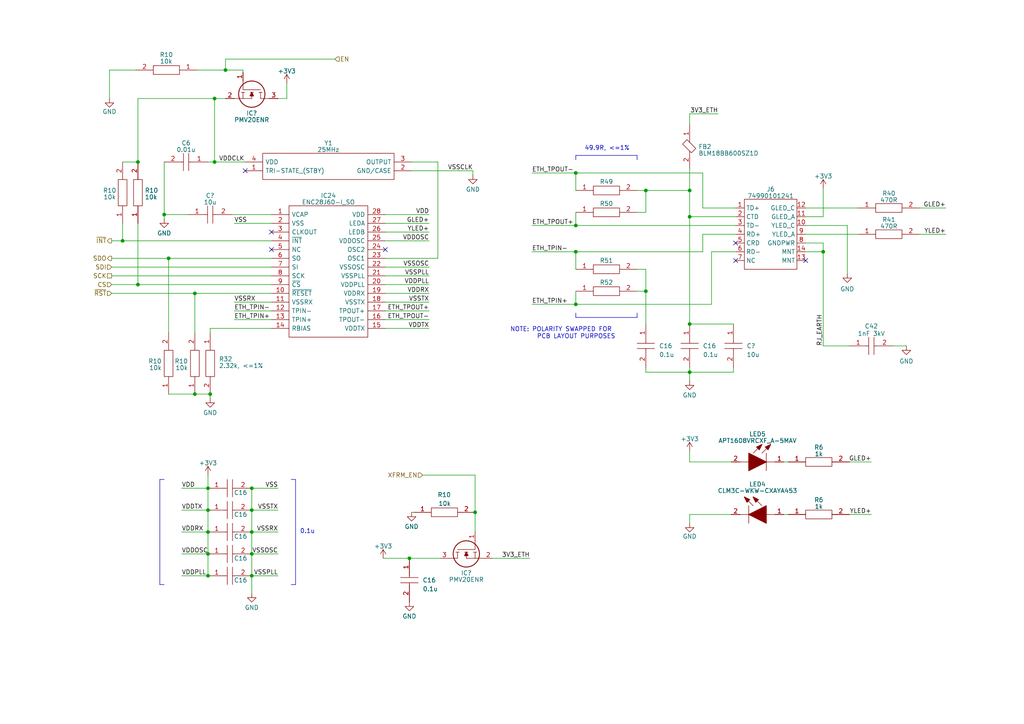
<source format=kicad_sch>
(kicad_sch (version 20230121) (generator eeschema)
  (paper "A4")
  (title_block (title "Oro Link") (date "2023-06-02") (rev "5") (company "Oro Operating System") (comment 1 "://oro.sh") (comment 2 "Joshua Lee Junon"))
  (lib_symbols
    (symbol "Oro:74990101241"
      (property "Reference" "J" (at 10.16 2.54 0))
      (property "Value" "74990101241" (at 10.16 1.27 0))
      (symbol "74990101241_0_0"
        (pin unspecified line (at 0 -2.54 0) (length 2.54) (name "TD+") (number "1"))
        (pin unspecified line (at 20.32 -7.62 180) (length 2.54) (name "YLED_C") (number "10"))
        (pin unspecified line (at 20.32 -5.08 180) (length 2.54) (name "GLED_A") (number "11"))
        (pin unspecified line (at 20.32 -2.54 180) (length 2.54) (name "GLED_C") (number "12"))
        (pin unspecified line (at 20.32 -17.78 180) (length 2.54) (name "MNT") (number "13"))
        (pin unspecified line (at 20.32 -15.24 180) (length 2.54) (name "MNT") (number "14"))
        (pin unspecified line (at 0 -5.08 0) (length 2.54) (name "CTD") (number "2"))
        (pin unspecified line (at 0 -7.62 0) (length 2.54) (name "TD-") (number "3"))
        (pin unspecified line (at 0 -10.16 0) (length 2.54) (name "RD+") (number "4"))
        (pin unspecified line (at 0 -12.7 0) (length 2.54) (name "CRD") (number "5"))
        (pin unspecified line (at 0 -15.24 0) (length 2.54) (name "RD-") (number "6"))
        (pin unspecified line (at 0 -17.78 0) (length 2.54) (name "NC") (number "7"))
        (pin unspecified line (at 20.32 -12.7 180) (length 2.54) (name "GNDPWR") (number "8"))
        (pin unspecified line (at 20.32 -10.16 180) (length 2.54) (name "YLED_A") (number "9"))
      )
    )
    (symbol "Oro:AC0805FR-07470RL" (pin_names (offset 0.762))
      (property "Reference" "R" (at 13.97 6.35 0))
      (property "Value" "AC0805FR-07470RL" (at 13.97 3.81 0))
      (symbol "AC0805FR-07470RL_0_0"
        (pin passive line (at 0 0 0) (length 5.08) (name "~") (number "1"))
        (pin passive line (at 17.78 0 180) (length 5.08) (name "~") (number "2"))
      )
    )
    (symbol "Oro:FerriteBead" (pin_names (offset 0.762))
      (property "Reference" "FB" (at 6.096 -3.302 0))
      (property "Value" "FERRITE BEAD" (at 6.096 -4.064 0))
      (symbol "FerriteBead_0_0"
        (pin passive line (at 0 0 0) (length 5.08) (name "1") (number "1"))
        (pin passive line (at 12.7 0 180) (length 5.08) (name "2") (number "2"))
      )
    )
    (symbol "Oro:MSAST1L3YB5104KFNA01" (pin_names (offset 0.762))
      (property "Reference" "C" (at 8.89 6.35 0))
      (property "Value" "MSAST1L3YB5104KFNA01" (at 8.89 3.81 0))
      (symbol "MSAST1L3YB5104KFNA01_0_0"
        (pin passive line (at 0 0 0) (length 5.08) (name "~") (number "1"))
        (pin passive line (at 12.7 0 180) (length 5.08) (name "~") (number "2"))
      )
    )
    (symbol "SamacSys_Parts:885342210004" (pin_names (offset 0.762))
      (property "Reference" "C" (at 8.89 6.35 0))
      (property "Value" "885342210004" (at 8.89 3.81 0))
      (symbol "885342210004_0_0"
        (pin passive line (at 0 0 0) (length 5.08) (name "~") (number "1"))
        (pin passive line (at 12.7 0 180) (length 5.08) (name "~") (number "2"))
      )
    )
    (symbol "SamacSys_Parts:APT1608VRCXF_A-5MAV" (pin_names (offset 0.762))
      (property "Reference" "LED" (at 12.7 8.89 0))
      (property "Value" "APT1608VRCXF_A-5MAV" (at 12.7 6.35 0))
      (symbol "APT1608VRCXF_A-5MAV_0_0"
        (pin passive line (at 0 0 0) (length 2.54) (name "~") (number "1"))
        (pin passive line (at 15.24 0 180) (length 2.54) (name "~") (number "2"))
      )
    )
    (symbol "SamacSys_Parts:ASE-25.000MHZ-LC-T" (pin_names (offset 0.762))
      (property "Reference" "Y" (at 44.45 7.62 0))
      (property "Value" "ASE-25.000MHZ-LC-T" (at 44.45 5.08 0))
      (symbol "ASE-25.000MHZ-LC-T_0_0"
        (pin passive line (at 0 -2.54 0) (length 5.08) (name "TRI-STATE_(STBY)") (number "1"))
        (pin passive line (at 48.26 -2.54 180) (length 5.08) (name "GND/CASE") (number "2"))
        (pin passive line (at 48.26 0 180) (length 5.08) (name "OUTPUT") (number "3"))
        (pin passive line (at 0 0 0) (length 5.08) (name "VDD") (number "4"))
      )
    )
    (symbol "SamacSys_Parts:CL21B103KBANNNC" (pin_names (offset 0.762))
      (property "Reference" "C" (at 8.89 6.35 0))
      (property "Value" "CL21B103KBANNNC" (at 8.89 3.81 0))
      (symbol "CL21B103KBANNNC_0_0"
        (pin passive line (at 0 0 0) (length 5.08) (name "~") (number "1"))
        (pin passive line (at 12.7 0 180) (length 5.08) (name "~") (number "2"))
      )
    )
    (symbol "SamacSys_Parts:CLM3C-WKW-CXAYA453" (pin_names (offset 0.762))
      (property "Reference" "LED" (at 12.7 8.89 0))
      (property "Value" "CLM3C-WKW-CXAYA453" (at 12.7 6.35 0))
      (symbol "CLM3C-WKW-CXAYA453_0_0"
        (pin passive line (at 15.24 0 180) (length 2.54) (name "~") (number "1"))
        (pin passive line (at 0 0 0) (length 2.54) (name "~") (number "2"))
      )
    )
    (symbol "SamacSys_Parts:CSD13380F3T" (pin_names (offset 0.762))
      (property "Reference" "Q" (at 11.43 3.81 0))
      (property "Value" "CSD13380F3T" (at 11.43 1.27 0))
      (symbol "CSD13380F3T_0_0"
        (pin passive line (at 0 0 0) (length 2.54) (name "~") (number "1"))
        (pin passive line (at 7.62 -5.08 90) (length 2.54) (name "~") (number "2"))
        (pin passive line (at 7.62 10.16 270) (length 2.54) (name "~") (number "3"))
      )
    )
    (symbol "SamacSys_Parts:ENC28J60-I_SO" (pin_names (offset 0.762))
      (property "Reference" "IC4" (at 16.51 5.4991 0))
      (property "Value" "ENC28J60-I_SO" (at 16.51 3.5781 0))
      (symbol "ENC28J60-I_SO_0_0"
        (pin passive line (at 0 0 0) (length 5.08) (name "VCAP") (number "1"))
        (pin passive line (at 0 -22.86 0) (length 5.08) (name "~{RESET}") (number "10"))
        (pin passive line (at 0 -25.4 0) (length 5.08) (name "VSSRX") (number "11"))
        (pin passive line (at 0 -27.94 0) (length 5.08) (name "TPIN-") (number "12"))
        (pin passive line (at 0 -30.48 0) (length 5.08) (name "TPIN+") (number "13"))
        (pin passive line (at 0 -33.02 0) (length 5.08) (name "RBIAS") (number "14"))
        (pin passive line (at 33.02 -33.02 180) (length 5.08) (name "VDDTX") (number "15"))
        (pin passive line (at 33.02 -30.48 180) (length 5.08) (name "TPOUT-") (number "16"))
        (pin passive line (at 33.02 -27.94 180) (length 5.08) (name "TPOUT+") (number "17"))
        (pin passive line (at 33.02 -25.4 180) (length 5.08) (name "VSSTX") (number "18"))
        (pin passive line (at 33.02 -22.86 180) (length 5.08) (name "VDDRX") (number "19"))
        (pin passive line (at 0 -2.54 0) (length 5.08) (name "VSS") (number "2"))
        (pin passive line (at 33.02 -20.32 180) (length 5.08) (name "VDDPLL") (number "20"))
        (pin passive line (at 33.02 -17.78 180) (length 5.08) (name "VSSPLL") (number "21"))
        (pin passive line (at 33.02 -15.24 180) (length 5.08) (name "VSSOSC") (number "22"))
        (pin passive line (at 33.02 -12.7 180) (length 5.08) (name "OSC1") (number "23"))
        (pin passive line (at 33.02 -10.16 180) (length 5.08) (name "OSC2") (number "24"))
        (pin passive line (at 33.02 -7.62 180) (length 5.08) (name "VDDOSC") (number "25"))
        (pin passive line (at 33.02 -5.08 180) (length 5.08) (name "LEDB") (number "26"))
        (pin passive line (at 33.02 -2.54 180) (length 5.08) (name "LEDA") (number "27"))
        (pin passive line (at 33.02 0 180) (length 5.08) (name "VDD") (number "28"))
        (pin passive line (at 0 -5.08 0) (length 5.08) (name "CLKOUT") (number "3"))
        (pin passive line (at 0 -7.62 0) (length 5.08) (name "~{INT}") (number "4"))
        (pin unspecified line (at 0 -10.16 0) (length 5.08) (name "NC") (number "5"))
        (pin passive line (at 0 -12.7 0) (length 5.08) (name "SO") (number "6"))
        (pin passive line (at 0 -15.24 0) (length 5.08) (name "SI") (number "7"))
        (pin passive line (at 0 -17.78 0) (length 5.08) (name "SCK") (number "8"))
        (pin passive line (at 0 -20.32 0) (length 5.08) (name "~{CS}") (number "9"))
      )
    )
    (symbol "SamacSys_Parts:ERJ-P06F2321V" (pin_names (offset 0.762))
      (property "Reference" "R" (at 13.97 6.35 0))
      (property "Value" "ERJ-P06F2321V" (at 13.97 3.81 0))
      (symbol "ERJ-P06F2321V_0_0"
        (pin passive line (at 0 0 0) (length 5.08) (name "~") (number "1"))
        (pin passive line (at 17.78 0 180) (length 5.08) (name "~") (number "2"))
      )
    )
    (symbol "SamacSys_Parts:LMK212ABJ106KG8T" (pin_names (offset 0.762))
      (property "Reference" "C" (at 8.89 6.35 0))
      (property "Value" "LMK212ABJ106KG8T" (at 8.89 3.81 0))
      (symbol "LMK212ABJ106KG8T_0_0"
        (pin passive line (at 0 0 0) (length 5.08) (name "~") (number "1"))
        (pin passive line (at 12.7 0 180) (length 5.08) (name "~") (number "2"))
      )
    )
    (symbol "SamacSys_Parts:RK73H1ETTP1002F" (pin_names (offset 0.762))
      (property "Reference" "R" (at 13.97 6.35 0))
      (property "Value" "RK73H1ETTP1002F" (at 13.97 3.81 0))
      (symbol "RK73H1ETTP1002F_0_0"
        (pin passive line (at 0 0 0) (length 5.08) (name "~") (number "1"))
        (pin passive line (at 17.78 0 180) (length 5.08) (name "~") (number "2"))
      )
    )
    (symbol "SamacSys_Parts:RT0402FRE0749R9L" (pin_names (offset 0.762))
      (property "Reference" "R" (at 13.97 6.35 0))
      (property "Value" "RT0402FRE0749R9L" (at 13.97 3.81 0))
      (symbol "RT0402FRE0749R9L_0_0"
        (pin passive line (at 0 0 0) (length 5.08) (name "~") (number "1"))
        (pin passive line (at 17.78 0 180) (length 5.08) (name "~") (number "2"))
      )
    )
    (symbol "SamacSys_Parts:SG73P2ATTD102J" (pin_names (offset 0.762))
      (property "Reference" "R" (at 13.97 6.35 0))
      (property "Value" "SG73P2ATTD102J" (at 13.97 3.81 0))
      (symbol "SG73P2ATTD102J_0_0"
        (pin passive line (at 0 0 0) (length 5.08) (name "~") (number "1"))
        (pin passive line (at 17.78 0 180) (length 5.08) (name "~") (number "2"))
      )
    )
    (symbol "power:+3V3" (power) (pin_names (offset 0))
      (property "Value" "+3V3" (at 0 3.556 0))
      (symbol "+3V3_1_1"
        (pin power_in line (at 0 0 90) (length 0) hide (name "+3V3") (number "1"))
      )
    )
    (symbol "power:GND" (power) (pin_names (offset 0))
      (property "Value" "GND" (at 0 -3.81 0))
      (symbol "GND_1_1"
        (pin power_in line (at 0 0 270) (length 0) hide (name "GND") (number "1"))
      )
    )
  )
  (junction (at 167.005 65.405))
  (junction (at 187.325 84.455))
  (junction (at 167.005 50.165))
  (junction (at 62.23 46.99))
  (junction (at 47.625 62.23))
  (junction (at 60.325 147.955))
  (junction (at 73.025 147.955))
  (junction (at 200.025 93.98))
  (junction (at 60.325 141.605))
  (junction (at 167.005 88.265))
  (junction (at 60.325 167.005))
  (junction (at 60.325 154.305))
  (junction (at 118.745 161.925))
  (junction (at 60.96 114.3))
  (junction (at 73.025 160.655))
  (junction (at 40.005 46.99))
  (junction (at 73.025 167.005))
  (junction (at 200.025 55.245))
  (junction (at 187.325 55.245))
  (junction (at 40.005 82.55))
  (junction (at 62.23 28.575))
  (junction (at 238.76 73.025))
  (junction (at 200.025 107.95))
  (junction (at 200.025 62.865))
  (junction (at 167.005 73.025))
  (junction (at 60.325 160.655))
  (junction (at 56.515 114.3))
  (junction (at 73.025 154.305))
  (junction (at 48.895 74.93))
  (junction (at 137.795 148.59))
  (junction (at 56.515 85.09))
  (junction (at 65.405 20.32))
  (junction (at 73.025 141.605))
  (junction (at 35.56 69.85))
  (no_connect (at 213.36 70.485))
  (no_connect (at 71.12 49.53))
  (no_connect (at 233.68 75.565))
  (no_connect (at 78.74 72.39))
  (no_connect (at 213.36 75.565))
  (no_connect (at 111.76 72.39))
  (no_connect (at 78.74 67.31))
  (wire (pts (xy 203.835 50.165) (xy 167.005 50.165)))
  (wire (pts (xy 167.005 88.265) (xy 206.375 88.265)))
  (wire (pts (xy 187.325 106.68) (xy 187.325 107.95)))
  (wire (pts (xy 206.375 88.265) (xy 206.375 73.025)))
  (wire (pts (xy 65.405 20.32) (xy 57.15 20.32)))
  (wire (pts (xy 60.325 137.795) (xy 60.325 141.605)))
  (wire (pts (xy 65.405 17.145) (xy 97.155 17.145)))
  (wire (pts (xy 233.68 70.485) (xy 238.76 70.485)))
  (wire (pts (xy 111.76 85.09) (xy 124.46 85.09)))
  (wire (pts (xy 32.385 82.55) (xy 40.005 82.55)))
  (wire (pts (xy 48.895 74.93) (xy 48.895 96.52)))
  (wire (pts (xy 60.325 154.305) (xy 60.325 160.655)))
  (wire (pts (xy 60.325 46.99) (xy 62.23 46.99)))
  (wire (pts (xy 187.325 107.95) (xy 200.025 107.95)))
  (wire (pts (xy 47.625 46.99) (xy 47.625 62.23)))
  (wire (pts (xy 187.325 84.455) (xy 187.325 93.98)))
  (wire (pts (xy 248.92 60.325) (xy 233.68 60.325)))
  (wire (pts (xy 73.025 147.955) (xy 80.645 147.955)))
  (wire (pts (xy 60.96 114.3) (xy 56.515 114.3)))
  (wire (pts (xy 137.16 49.53) (xy 137.16 50.8)))
  (wire (pts (xy 111.125 161.925) (xy 118.745 161.925)))
  (wire (pts (xy 32.385 85.09) (xy 56.515 85.09)))
  (wire (pts (xy 60.325 160.655) (xy 52.705 160.655)))
  (wire (pts (xy 200.025 33.02) (xy 208.28 33.02)))
  (wire (pts (xy 200.025 55.245) (xy 200.025 62.865)))
  (wire (pts (xy 238.76 100.33) (xy 246.38 100.33)))
  (wire (pts (xy 200.025 149.225) (xy 212.09 149.225)))
  (wire (pts (xy 167.005 84.455) (xy 167.005 88.265)))
  (wire (pts (xy 127 46.99) (xy 127 74.93)))
  (wire (pts (xy 187.325 55.245) (xy 187.325 61.595)))
  (wire (pts (xy 32.385 77.47) (xy 78.74 77.47)))
  (wire (pts (xy 73.025 141.605) (xy 73.025 147.955)))
  (wire (pts (xy 111.76 69.85) (xy 124.46 69.85)))
  (wire (pts (xy 60.325 160.655) (xy 60.325 167.005)))
  (wire (pts (xy 206.375 73.025) (xy 213.36 73.025)))
  (wire (pts (xy 212.09 133.985) (xy 200.025 133.985)))
  (wire (pts (xy 32.385 74.93) (xy 48.895 74.93)))
  (wire (pts (xy 212.725 93.98) (xy 200.025 93.98)))
  (wire (pts (xy 78.74 64.77) (xy 67.945 64.77)))
  (wire (pts (xy 47.625 63.5) (xy 47.625 62.23)))
  (wire (pts (xy 127 74.93) (xy 111.76 74.93)))
  (wire (pts (xy 32.385 80.01) (xy 78.74 80.01)))
  (wire (pts (xy 200.025 149.225) (xy 200.025 151.765)))
  (wire (pts (xy 227.33 133.985) (xy 228.6 133.985)))
  (wire (pts (xy 111.76 77.47) (xy 124.46 77.47)))
  (wire (pts (xy 111.76 90.17) (xy 124.46 90.17)))
  (wire (pts (xy 73.025 154.305) (xy 80.645 154.305)))
  (wire (pts (xy 73.025 147.955) (xy 73.025 154.305)))
  (wire (pts (xy 73.025 167.005) (xy 73.025 172.085)))
  (wire (pts (xy 35.56 46.99) (xy 40.005 46.99)))
  (wire (pts (xy 111.76 62.23) (xy 124.46 62.23)))
  (wire (pts (xy 252.73 149.225) (xy 246.38 149.225)))
  (wire (pts (xy 78.74 95.25) (xy 60.96 95.25)))
  (wire (pts (xy 203.835 67.945) (xy 213.36 67.945)))
  (wire (pts (xy 62.23 46.99) (xy 71.12 46.99)))
  (wire (pts (xy 65.405 20.32) (xy 65.405 17.145)))
  (wire (pts (xy 73.025 154.305) (xy 73.025 160.655)))
  (wire (pts (xy 203.835 73.025) (xy 203.835 67.945)))
  (wire (pts (xy 73.025 160.655) (xy 80.645 160.655)))
  (wire (pts (xy 111.76 82.55) (xy 124.46 82.55)))
  (wire (pts (xy 203.835 50.165) (xy 203.835 60.325)))
  (wire (pts (xy 60.325 167.005) (xy 52.705 167.005)))
  (wire (pts (xy 252.73 133.985) (xy 246.38 133.985)))
  (wire (pts (xy 31.75 20.32) (xy 31.75 28.575)))
  (wire (pts (xy 200.025 33.02) (xy 200.025 36.195)))
  (wire (pts (xy 60.325 154.305) (xy 52.705 154.305)))
  (wire (pts (xy 200.025 106.68) (xy 200.025 107.95)))
  (wire (pts (xy 73.025 141.605) (xy 80.645 141.605)))
  (wire (pts (xy 274.32 60.325) (xy 266.7 60.325)))
  (wire (pts (xy 200.025 130.81) (xy 200.025 133.985)))
  (wire (pts (xy 137.795 148.59) (xy 137.795 154.305)))
  (wire (pts (xy 233.68 67.945) (xy 248.92 67.945)))
  (wire (pts (xy 137.795 137.795) (xy 137.795 148.59)))
  (wire (pts (xy 40.005 82.55) (xy 78.74 82.55)))
  (wire (pts (xy 245.745 65.405) (xy 245.745 79.375)))
  (wire (pts (xy 238.76 73.025) (xy 233.68 73.025)))
  (wire (pts (xy 167.005 61.595) (xy 167.005 65.405)))
  (wire (pts (xy 127 46.99) (xy 119.38 46.99)))
  (wire (pts (xy 60.325 147.955) (xy 52.705 147.955)))
  (wire (pts (xy 32.385 69.85) (xy 35.56 69.85)))
  (wire (pts (xy 48.895 114.3) (xy 56.515 114.3)))
  (wire (pts (xy 70.485 20.32) (xy 65.405 20.32)))
  (wire (pts (xy 187.325 78.105) (xy 184.785 78.105)))
  (wire (pts (xy 60.325 141.605) (xy 52.705 141.605)))
  (wire (pts (xy 40.005 64.77) (xy 40.005 82.55)))
  (wire (pts (xy 111.76 80.01) (xy 124.46 80.01)))
  (wire (pts (xy 111.76 87.63) (xy 124.46 87.63)))
  (wire (pts (xy 184.785 61.595) (xy 187.325 61.595)))
  (wire (pts (xy 120.015 148.59) (xy 119.38 148.59)))
  (wire (pts (xy 56.515 85.09) (xy 56.515 96.52)))
  (wire (pts (xy 238.76 54.61) (xy 238.76 62.865)))
  (wire (pts (xy 124.46 67.31) (xy 111.76 67.31)))
  (wire (pts (xy 167.005 50.165) (xy 167.005 55.245)))
  (wire (pts (xy 39.37 20.32) (xy 31.75 20.32)))
  (wire (pts (xy 212.725 107.95) (xy 212.725 106.68)))
  (wire (pts (xy 73.025 167.005) (xy 80.645 167.005)))
  (wire (pts (xy 203.835 60.325) (xy 213.36 60.325)))
  (wire (pts (xy 227.33 149.225) (xy 228.6 149.225)))
  (wire (pts (xy 67.945 90.17) (xy 78.74 90.17)))
  (wire (pts (xy 154.305 88.265) (xy 167.005 88.265)))
  (wire (pts (xy 142.875 161.925) (xy 153.67 161.925)))
  (wire (pts (xy 167.005 73.025) (xy 203.835 73.025)))
  (wire (pts (xy 62.23 28.575) (xy 65.405 28.575)))
  (wire (pts (xy 122.555 137.795) (xy 137.795 137.795)))
  (wire (pts (xy 111.76 92.71) (xy 124.46 92.71)))
  (wire (pts (xy 167.005 65.405) (xy 213.36 65.405)))
  (wire (pts (xy 274.32 67.945) (xy 266.7 67.945)))
  (wire (pts (xy 60.325 147.955) (xy 60.325 154.305)))
  (wire (pts (xy 62.23 28.575) (xy 62.23 46.99)))
  (wire (pts (xy 187.325 78.105) (xy 187.325 84.455)))
  (wire (pts (xy 187.325 55.245) (xy 200.025 55.245)))
  (wire (pts (xy 124.46 64.77) (xy 111.76 64.77)))
  (wire (pts (xy 111.76 95.25) (xy 124.46 95.25)))
  (wire (pts (xy 70.485 20.32) (xy 70.485 20.955)))
  (wire (pts (xy 47.625 62.23) (xy 54.61 62.23)))
  (wire (pts (xy 167.005 50.165) (xy 154.305 50.165)))
  (wire (pts (xy 60.96 95.25) (xy 60.96 96.52)))
  (wire (pts (xy 167.005 73.025) (xy 167.005 78.105)))
  (wire (pts (xy 200.025 107.95) (xy 200.025 110.49)))
  (wire (pts (xy 35.56 64.77) (xy 35.56 69.85)))
  (wire (pts (xy 48.895 74.93) (xy 78.74 74.93)))
  (wire (pts (xy 200.025 48.895) (xy 200.025 55.245)))
  (wire (pts (xy 118.745 161.925) (xy 127.635 161.925)))
  (wire (pts (xy 40.005 28.575) (xy 40.005 46.99)))
  (wire (pts (xy 60.96 115.57) (xy 60.96 114.3)))
  (wire (pts (xy 83.185 24.13) (xy 83.185 28.575)))
  (wire (pts (xy 62.23 28.575) (xy 40.005 28.575)))
  (wire (pts (xy 67.31 62.23) (xy 78.74 62.23)))
  (wire (pts (xy 73.025 160.655) (xy 73.025 167.005)))
  (wire (pts (xy 78.74 87.63) (xy 67.945 87.63)))
  (wire (pts (xy 184.785 84.455) (xy 187.325 84.455)))
  (wire (pts (xy 200.025 107.95) (xy 212.725 107.95)))
  (wire (pts (xy 56.515 85.09) (xy 78.74 85.09)))
  (wire (pts (xy 154.305 73.025) (xy 167.005 73.025)))
  (wire (pts (xy 259.08 100.33) (xy 262.89 100.33)))
  (wire (pts (xy 35.56 69.85) (xy 78.74 69.85)))
  (wire (pts (xy 200.025 62.865) (xy 200.025 93.98)))
  (wire (pts (xy 200.025 62.865) (xy 213.36 62.865)))
  (wire (pts (xy 67.945 92.71) (xy 78.74 92.71)))
  (wire (pts (xy 238.76 73.025) (xy 238.76 100.33)))
  (wire (pts (xy 238.76 70.485) (xy 238.76 73.025)))
  (wire (pts (xy 60.325 141.605) (xy 60.325 147.955)))
  (wire (pts (xy 233.68 65.405) (xy 245.745 65.405)))
  (wire (pts (xy 119.38 49.53) (xy 137.16 49.53)))
  (wire (pts (xy 167.005 65.405) (xy 154.305 65.405)))
  (wire (pts (xy 233.68 62.865) (xy 238.76 62.865)))
  (wire (pts (xy 184.785 55.245) (xy 187.325 55.245)))
  (wire (pts (xy 83.185 28.575) (xy 80.645 28.575)))
  (rectangle (start 84.455 139.065) (end 85.725 139.065))
  (rectangle (start 84.455 169.545) (end 85.725 169.545))
  (rectangle (start 46.355 169.545) (end 47.625 169.545))
  (rectangle (start 184.785 92.075) (end 167.005 92.075))
  (rectangle (start 85.725 139.065) (end 85.725 169.545))
  (rectangle (start 184.785 90.805) (end 184.785 92.075))
  (rectangle (start 167.005 45.085) (end 167.005 46.355))
  (rectangle (start 167.005 90.805) (end 167.005 92.075))
  (rectangle (start 184.785 45.085) (end 184.785 46.355))
  (rectangle (start 46.355 139.065) (end 46.355 169.545))
  (rectangle (start 167.005 45.085) (end 184.785 45.085))
  (rectangle (start 46.355 139.065) (end 47.625 139.065))
  (text "0.1u" (at 86.995 154.94 0) (effects (font (size 1.27 1.27)) (justify left bottom)))
  (text "NOTE: POLARITY SWAPPED FOR\n        PCB LAYOUT PURPOSES" (at 147.955 98.425 0) (effects (font (size 1.27 1.27)) (justify left bottom)))
  (text "49.9R, <=1%" (at 169.545 43.815 0) (effects (font (size 1.27 1.27)) (justify left bottom)))
  (label "ETH_TPIN+" (at 67.945 92.71 0))
  (label "VDDTX" (at 124.46 95.25 180))
  (label "VDDPLL" (at 124.46 82.55 180))
  (label "ETH_TPOUT+" (at 124.46 90.17 180))
  (label "VSSPLL" (at 124.46 80.01 180))
  (label "ETH_TPOUT-" (at 154.305 50.165 0))
  (label "VDDOSC" (at 124.46 69.85 180))
  (label "VSS" (at 67.945 64.77 0))
  (label "VDDRX" (at 52.705 154.305 0))
  (label "YLED+" (at 274.32 67.945 180))
  (label "YLED+" (at 252.73 149.225 180))
  (label "YLED+" (at 124.46 67.31 180))
  (label "3V3_ETH" (at 153.67 161.925 180))
  (label "VSSPLL" (at 80.645 167.005 180))
  (label "VSSTX" (at 124.46 87.63 180))
  (label "GLED+" (at 252.73 133.985 180))
  (label "VSSRX" (at 67.945 87.63 0))
  (label "VDDTX" (at 52.705 147.955 0))
  (label "VSSRX" (at 80.645 154.305 180))
  (label "RJ_EARTH" (at 238.76 100.33 90))
  (label "ETH_TPIN-" (at 154.305 73.025 0))
  (label "ETH_TPIN+" (at 154.305 88.265 0))
  (label "ETH_TPOUT-" (at 124.46 92.71 180))
  (label "VSS" (at 80.645 141.605 180))
  (label "VDDOSC" (at 52.705 160.655 0))
  (label "GLED+" (at 124.46 64.77 180))
  (label "VDD" (at 52.705 141.605 0))
  (label "ETH_TPIN-" (at 67.945 90.17 0))
  (label "VDDRX" (at 124.46 85.09 180))
  (label "3V3_ETH" (at 208.28 33.02 180))
  (label "ETH_TPOUT+" (at 154.305 65.405 0))
  (label "VSSOSC" (at 80.645 160.655 180))
  (label "VSSOSC" (at 124.46 77.47 180))
  (label "VSSCLK" (at 137.16 49.53 180))
  (label "VDDPLL" (at 52.705 167.005 0))
  (label "GLED+" (at 274.32 60.325 180))
  (label "VSSTX" (at 80.645 147.955 180))
  (label "VDDCLK" (at 63.5 46.99 0))
  (label "VDD" (at 124.46 62.23 180))
  (hierarchical_label "CS" (shape input) (at 32.385 82.55 180))
  (hierarchical_label "EN" (shape input) (at 97.155 17.145 0))
  (hierarchical_label "SCK" (shape passive) (at 32.385 80.01 180))
  (hierarchical_label "~{INT}" (shape output) (at 32.385 69.85 180))
  (hierarchical_label "SDO" (shape output) (at 32.385 74.93 180))
  (hierarchical_label "SDI" (shape input) (at 32.385 77.47 180))
  (hierarchical_label "~{RST}" (shape input) (at 32.385 85.09 180))
  (hierarchical_label "XFRM_EN" (shape input) (at 122.555 137.795 180))
  (symbol (lib_id "power:GND") (at 200.025 110.49 0) (unit 1)
    (property "Reference" "#PWR056" (effects hide))
    (property "Value" "GND" (at 200.025 114.6255 0))
    (instances (project "OroLink" (path "" (reference "#PWR056") (unit 1)) (path "" (reference "#PWR072") (unit 1))))
  )
  (symbol (lib_id "SamacSys_Parts:CSD13380F3T") (at 70.485 20.955 270) (unit 1)
    (property "Reference" "IC?" (at 73.025 32.8375 90))
    (property "Value" "PMV20ENR" (at 73.025 34.7585 90))
    (property "Footprint" "SamacSys_Parts:SOT95P230X110-3N" (effects hide))
    (property "Datasheet" "https://assets.nexperia.com/documents/data-sheet/PMV20EN.pdf" (effects hide))
    (property "Description" "MOSFET 30V N-channel Trench MOSFET" (effects hide))
    (property "Height" "1.1" (effects hide))
    (property "Manufacturer_Name" "Nexperia" (effects hide))
    (property "Manufacturer_Part_Number" "PMV20ENR" (effects hide))
    (property "Mouser Part Number" "771-PMV20ENR" (effects hide))
    (property "Mouser Price/Stock" "https://www.mouser.co.uk/ProductDetail/Nexperia/PMV20ENR?qs=sV%252BQJnSpgu%2FSnnW%252BQ4V7GA%3D%3D" (effects hide))
    (property "Arrow Part Number" "PMV20ENR" (effects hide))
    (property "Arrow Price/Stock" "https://www.arrow.com/en/products/pmv20enr/nexperia?region=nac" (effects hide))
    (instances (project "Oro Testbed v2" (path "" (reference "IC?") (unit 1)) (path "" (reference "IC22") (unit 1))) (project "OroLink" (path "" (reference "Q1") (unit 1)) (path "" (reference "IC10") (unit 1)) (path "" (reference "IC6") (unit 1)) (path "" (reference "IC9") (unit 1))))
  )
  (symbol (lib_id "SamacSys_Parts:ERJ-P06F2321V") (at 60.96 96.52 270) (unit 1)
    (property "Reference" "R32" (at 63.5 104.14 90) (effects (justify left)))
    (property "Value" "2.32k, <=1%" (at 63.5 106.061 90) (effects (justify left)))
    (property "Footprint" "SamacSys_Parts:ERJP06__0805_" (effects hide))
    (property "Datasheet" "https://industrial.panasonic.com/cdbs/www-data/pdf/RDO0000/AOA0000C331.pdf" (effects hide))
    (property "Description" "Thick Film Resistors - SMD 0805 2.32Kohms 0.5W 1% AEC-Q200" (effects hide))
    (property "Height" "0.7" (effects hide))
    (property "Manufacturer_Name" "Panasonic" (effects hide))
    (property "Manufacturer_Part_Number" "ERJ-P06F2321V" (effects hide))
    (property "Mouser Part Number" "667-ERJ-P06F2321V" (effects hide))
    (property "Mouser Price/Stock" "https://www.mouser.com/Search/Refine.aspx?Keyword=667-ERJ-P06F2321V" (effects hide))
    (instances (project "OroLink" (path "" (reference "R32") (unit 1)) (path "" (reference "R47") (unit 1))))
  )
  (symbol (lib_id "Oro:MSAST1L3YB5104KFNA01") (at 200.025 93.98 90) (mirror x) (unit 1)
    (property "Reference" "C16" (at 203.835 100.33 90) (effects (justify right)))
    (property "Value" "0.1u" (at 208.28 102.87 90) (effects (justify left)))
    (property "Footprint" "CAPC1005X33N" (effects hide))
    (property "Datasheet" "https://www.mouser.de/datasheet/2/396/TaiyoYuden_MSAST1L3YB5104KFNA01_SS-3009733.pdf" (effects hide))
    (property "Description" "Multilayer Ceramic Capacitors MLCC - SMD/SMT 0402 25VDC 0.1uF 10% X5R" (effects hide))
    (property "Height" "0.33" (effects hide))
    (property "Manufacturer_Name" "TAIYO YUDEN" (effects hide))
    (property "Manufacturer_Part_Number" "MSAST1L3YB5104KFNA01" (effects hide))
    (property "Mouser Part Number" "963-MSAST1L3YB5104KF" (effects hide))
    (property "Mouser Price/Stock" "https://www.mouser.de/ProductDetail/TAIYO-YUDEN/MSAST1L3YB5104KFNA01?qs=tlsG%2FOw5FFhBwK%252BMwEZpCA%3D%3D" (effects hide))
    (instances (project "Oro Testbed v2" (path "" (reference "C16") (unit 1))) (project "OroLink" (path "" (reference "C9") (unit 1)) (path "" (reference "C40") (unit 1)) (path "" (reference "C52") (unit 1))))
  )
  (symbol (lib_id "power:+3V3") (at 60.325 137.795 0) (unit 1)
    (property "Reference" "#PWR048" (effects hide))
    (property "Value" "+3V3" (at 60.325 134.2931 0))
    (instances (project "OroLink" (path "" (reference "#PWR048") (unit 1)) (path "" (reference "#PWR064") (unit 1))))
  )
  (symbol (lib_id "Oro:MSAST1L3YB5104KFNA01") (at 118.745 161.925 90) (mirror x) (unit 1)
    (property "Reference" "C16" (at 122.555 168.275 90) (effects (justify right)))
    (property "Value" "0.1u" (at 127 170.815 90) (effects (justify left)))
    (property "Footprint" "CAPC1005X33N" (effects hide))
    (property "Datasheet" "https://www.mouser.de/datasheet/2/396/TaiyoYuden_MSAST1L3YB5104KFNA01_SS-3009733.pdf" (effects hide))
    (property "Description" "Multilayer Ceramic Capacitors MLCC - SMD/SMT 0402 25VDC 0.1uF 10% X5R" (effects hide))
    (property "Height" "0.33" (effects hide))
    (property "Manufacturer_Name" "TAIYO YUDEN" (effects hide))
    (property "Manufacturer_Part_Number" "MSAST1L3YB5104KFNA01" (effects hide))
    (property "Mouser Part Number" "963-MSAST1L3YB5104KF" (effects hide))
    (property "Mouser Price/Stock" "https://www.mouser.de/ProductDetail/TAIYO-YUDEN/MSAST1L3YB5104KFNA01?qs=tlsG%2FOw5FFhBwK%252BMwEZpCA%3D%3D" (effects hide))
    (instances (project "Oro Testbed v2" (path "" (reference "C16") (unit 1))) (project "OroLink" (path "" (reference "C9") (unit 1)) (path "" (reference "C38") (unit 1)) (path "" (reference "C50") (unit 1))))
  )
  (symbol (lib_id "SamacSys_Parts:LMK212ABJ106KG8T") (at 54.61 62.23 0) (unit 1)
    (property "Reference" "C?" (at 60.96 56.7309 0))
    (property "Value" "10u" (at 60.96 58.6519 0))
    (property "Footprint" "SamacSys_Parts:CAPC2012X135N" (effects hide))
    (property "Datasheet" "https://www.mouser.mx/datasheet/2/396/mlcc06_hq_AUTO_e-1901145.pdf" (effects hide))
    (property "Description" "Multilayer Ceramic Capacitors MLCC - SMD/SMT 0805 10VDC 10uF 10% X5R" (effects hide))
    (property "Height" "1.35" (effects hide))
    (property "Manufacturer_Name" "TAIYO YUDEN" (effects hide))
    (property "Manufacturer_Part_Number" "LMK212ABJ106KG8T" (effects hide))
    (property "Mouser Part Number" "963-LMK212ABJ106KG8T" (effects hide))
    (property "Mouser Price/Stock" "https://www.mouser.co.uk/ProductDetail/Taiyo-Yuden/LMK212ABJ106KG8T?qs=DPoM0jnrROXr%252BNWMCZEUdQ%3D%3D" (effects hide))
    (instances (project "Oro Testbed v2" (path "" (reference "C?") (unit 1)) (path "" (reference "C25") (unit 1))) (project "OroLink" (path "" (reference "C6") (unit 1)) (path "" (reference "C31") (unit 1)) (path "" (reference "C43") (unit 1))))
  )
  (symbol (lib_id "power:GND") (at 200.025 151.765 0) (unit 1)
    (property "Reference" "#PWR058" (effects hide))
    (property "Value" "GND" (at 200.025 155.575 0))
    (instances (project "OroLink" (path "" (reference "#PWR058") (unit 1)) (path "" (reference "#PWR074") (unit 1))))
  )
  (symbol (lib_id "Oro:MSAST1L3YB5104KFNA01") (at 60.325 141.605 0) (mirror x) (unit 1)
    (property "Reference" "C16" (at 71.755 142.875 0) (effects (justify right)))
    (property "Value" "0.1u" (effects hide))
    (property "Footprint" "CAPC1005X33N" (effects hide))
    (property "Datasheet" "https://www.mouser.de/datasheet/2/396/TaiyoYuden_MSAST1L3YB5104KFNA01_SS-3009733.pdf" (effects hide))
    (property "Description" "Multilayer Ceramic Capacitors MLCC - SMD/SMT 0402 25VDC 0.1uF 10% X5R" (effects hide))
    (property "Height" "0.33" (effects hide))
    (property "Manufacturer_Name" "TAIYO YUDEN" (effects hide))
    (property "Manufacturer_Part_Number" "MSAST1L3YB5104KFNA01" (effects hide))
    (property "Mouser Part Number" "963-MSAST1L3YB5104KF" (effects hide))
    (property "Mouser Price/Stock" "https://www.mouser.de/ProductDetail/TAIYO-YUDEN/MSAST1L3YB5104KFNA01?qs=tlsG%2FOw5FFhBwK%252BMwEZpCA%3D%3D" (effects hide))
    (instances (project "Oro Testbed v2" (path "" (reference "C16") (unit 1))) (project "OroLink" (path "" (reference "C9") (unit 1)) (path "" (reference "C33") (unit 1)) (path "" (reference "C45") (unit 1))))
  )
  (symbol (lib_id "SamacSys_Parts:RK73H1ETTP1002F") (at 57.15 20.32 0) (mirror y) (unit 1)
    (property "Reference" "R10" (at 48.26 15.875 0))
    (property "Value" "10k" (at 46.355 17.78 0) (effects (justify right)))
    (property "Footprint" "RESC1005X40N" (effects hide))
    (property "Datasheet" "http://www.koaspeer.com/catimages/Products/RK73-RT/RK73-RT.pdf" (effects hide))
    (property "Description" "Resistor,ThickFilm1005,0.063W,10kohm" (effects hide))
    (property "Height" "0.4" (effects hide))
    (property "Manufacturer_Name" "KOA Speer" (effects hide))
    (property "Manufacturer_Part_Number" "RK73H1ETTP1002F" (effects hide))
    (property "Mouser Part Number" "660-RK73H1ETTP1002F" (effects hide))
    (property "Mouser Price/Stock" "https://www.mouser.co.uk/ProductDetail/KOA-Speer/RK73H1ETTP1002F?qs=uLfVlVfCHH2OZ4JTybrBPQ%3D%3D" (effects hide))
    (property "Arrow Part Number" "RK73H1ETTP1002F" (effects hide))
    (property "Arrow Price/Stock" "https://www.arrow.com/en/products/rk73h1ettp1002f/koa-speer-electronics?region=nac" (effects hide))
    (instances (project "Oro Testbed v2" (path "" (reference "R10") (unit 1)) (path "" (reference "R8") (unit 1))) (project "OroLink" (path "" (reference "R55") (unit 1)) (path "" (reference "R31") (unit 1)) (path "" (reference "R46") (unit 1)) (path "" (reference "R34") (unit 1)) (path "" (reference "R8") (unit 1))))
  )
  (symbol (lib_id "power:GND") (at 47.625 63.5 0) (unit 1)
    (property "Reference" "#PWR047" (effects hide))
    (property "Value" "GND" (at 47.625 67.6355 0))
    (instances (project "OroLink" (path "" (reference "#PWR047") (unit 1)) (path "" (reference "#PWR063") (unit 1))))
  )
  (symbol (lib_id "SamacSys_Parts:RT0402FRE0749R9L") (at 167.005 55.245 0) (unit 1)
    (property "Reference" "R49" (at 175.895 52.705 0))
    (property "Value" "RMCF0201FT49R9" (effects hide))
    (property "Footprint" "RESC1005X35N" (effects hide))
    (property "Datasheet" "https://www.yageo.com/upload/media/product/productsearch/datasheet/rchip/PYu-RT_1-to-0.01_RoHS_L_12.pdf" (effects hide))
    (property "Description" "Thin Film Resistors - SMD 1/16W 49.9 ohm 1% 50ppm" (effects hide))
    (property "Height" "0.35" (effects hide))
    (property "Manufacturer_Name" "KEMET" (effects hide))
    (property "Manufacturer_Part_Number" "RT0402FRE0749R9L" (effects hide))
    (property "Mouser Part Number" "603-RT0402FRE0749R9L" (effects hide))
    (property "Mouser Price/Stock" "https://www.mouser.co.uk/ProductDetail/YAGEO/RT0402FRE0749R9L?qs=BXCcY9r%252B08DCeDbjVY2nZg%3D%3D" (effects hide))
    (instances (project "OroLink" (path "" (reference "R49") (unit 1)) (path "" (reference "R34") (unit 1))))
  )
  (symbol (lib_id "SamacSys_Parts:RK73H1ETTP1002F") (at 35.56 64.77 90) (unit 1)
    (property "Reference" "R10" (at 29.845 55.245 90) (effects (justify right)))
    (property "Value" "10k" (at 33.655 57.15 90) (effects (justify left)))
    (property "Footprint" "RESC1005X40N" (effects hide))
    (property "Datasheet" "http://www.koaspeer.com/catimages/Products/RK73-RT/RK73-RT.pdf" (effects hide))
    (property "Description" "Resistor,ThickFilm1005,0.063W,10kohm" (effects hide))
    (property "Height" "0.4" (effects hide))
    (property "Manufacturer_Name" "KOA Speer" (effects hide))
    (property "Manufacturer_Part_Number" "RK73H1ETTP1002F" (effects hide))
    (property "Mouser Part Number" "660-RK73H1ETTP1002F" (effects hide))
    (property "Mouser Price/Stock" "https://www.mouser.co.uk/ProductDetail/KOA-Speer/RK73H1ETTP1002F?qs=uLfVlVfCHH2OZ4JTybrBPQ%3D%3D" (effects hide))
    (property "Arrow Part Number" "RK73H1ETTP1002F" (effects hide))
    (property "Arrow Price/Stock" "https://www.arrow.com/en/products/rk73h1ettp1002f/koa-speer-electronics?region=nac" (effects hide))
    (instances (project "Oro Testbed v2" (path "" (reference "R10") (unit 1)) (path "" (reference "R8") (unit 1))) (project "OroLink" (path "" (reference "R16") (unit 1)) (path "" (reference "R27") (unit 1)) (path "" (reference "R42") (unit 1)) (path "" (reference "R3") (unit 1))))
  )
  (symbol (lib_id "SamacSys_Parts:APT1608VRCXF_A-5MAV") (at 227.33 133.985 0) (mirror y) (unit 1)
    (property "Reference" "LED5" (at 219.71 125.8951 0))
    (property "Value" "APT1608VRCXF_A-5MAV" (at 219.71 127.8161 0))
    (property "Footprint" "APT1608VRCXFA5MAV" (effects hide))
    (property "Datasheet" "http://www.kingbrightusa.com/images/catalog/SPEC/APA1606VRBXF-A-5MAV.pdf" (effects hide))
    (property "Description" "Standard LEDs - SMD 1608 SMD LED Cyan" (effects hide))
    (property "Height" "0.6" (effects hide))
    (property "Manufacturer_Name" "Kingbright" (effects hide))
    (property "Manufacturer_Part_Number" "APT1608VRCXF/A-5MAV" (effects hide))
    (property "Mouser Part Number" "604-APT1608VRCXF5MAV" (effects hide))
    (property "Mouser Price/Stock" "https://www.mouser.co.uk/ProductDetail/Kingbright/APT1608VRCXF-A-5MAV?qs=xhbEVWpZdWce9Oiwfj8Zmw%3D%3D" (effects hide))
    (property "Arrow Part Number" "APT1608VRCXF/A-5MAV" (effects hide))
    (property "Arrow Price/Stock" "https://www.arrow.com/en/products/apt1608vrcxfa-5mav/kingbright" (effects hide))
    (instances (project "OroLink" (path "" (reference "LED5") (unit 1)) (path "" (reference "LED7") (unit 1))))
  )
  (symbol (lib_id "SamacSys_Parts:RT0402FRE0749R9L") (at 167.005 78.105 0) (unit 1)
    (property "Reference" "R51" (at 175.895 75.565 0))
    (property "Value" "RMCF0201FT49R9" (effects hide))
    (property "Footprint" "RESC1005X35N" (effects hide))
    (property "Datasheet" "https://www.yageo.com/upload/media/product/productsearch/datasheet/rchip/PYu-RT_1-to-0.01_RoHS_L_12.pdf" (effects hide))
    (property "Description" "Thin Film Resistors - SMD 1/16W 49.9 ohm 1% 50ppm" (effects hide))
    (property "Height" "0.35" (effects hide))
    (property "Manufacturer_Name" "KEMET" (effects hide))
    (property "Manufacturer_Part_Number" "RT0402FRE0749R9L" (effects hide))
    (property "Mouser Part Number" "603-RT0402FRE0749R9L" (effects hide))
    (property "Mouser Price/Stock" "https://www.mouser.co.uk/ProductDetail/YAGEO/RT0402FRE0749R9L?qs=BXCcY9r%252B08DCeDbjVY2nZg%3D%3D" (effects hide))
    (instances (project "OroLink" (path "" (reference "R51") (unit 1)) (path "" (reference "R36") (unit 1))))
  )
  (symbol (lib_id "SamacSys_Parts:SG73P2ATTD102J") (at 228.6 133.985 0) (unit 1)
    (property "Reference" "R6" (at 237.49 129.7559 0))
    (property "Value" "1k" (at 237.49 131.6769 0))
    (property "Footprint" "RESC2012X60N" (effects hide))
    (property "Datasheet" "https://componentsearchengine.com/Datasheets/1/SG73P2ATTD102J.pdf" (effects hide))
    (property "Description" "Thick Film Resistors - SMD 0.25W 1Kohm 5% 200ppm Anti-Pulse" (effects hide))
    (property "Height" "0.6" (effects hide))
    (property "Manufacturer_Name" "KOA Speer" (effects hide))
    (property "Manufacturer_Part_Number" "SG73P2ATTD102J" (effects hide))
    (property "Mouser Part Number" "660-SG73P2ATTD102J" (effects hide))
    (property "Mouser Price/Stock" "https://www.mouser.com/Search/Refine.aspx?Keyword=660-SG73P2ATTD102J" (effects hide))
    (instances (project "OroLink" (path "" (reference "R6") (unit 1)) (path "" (reference "R38") (unit 1)) (path "" (reference "R53") (unit 1))))
  )
  (symbol (lib_id "power:+3V3") (at 238.76 54.61 0) (unit 1)
    (property "Reference" "#PWR075" (effects hide))
    (property "Value" "+3V3" (at 238.76 51.1081 0))
    (instances (project "OroLink" (path "" (reference "#PWR075") (unit 1)) (path "" (reference "#PWR059") (unit 1))))
  )
  (symbol (lib_id "SamacSys_Parts:SG73P2ATTD102J") (at 228.6 149.225 0) (unit 1)
    (property "Reference" "R6" (at 237.49 144.9959 0))
    (property "Value" "1k" (at 237.49 146.9169 0))
    (property "Footprint" "RESC2012X60N" (effects hide))
    (property "Datasheet" "https://componentsearchengine.com/Datasheets/1/SG73P2ATTD102J.pdf" (effects hide))
    (property "Description" "Thick Film Resistors - SMD 0.25W 1Kohm 5% 200ppm Anti-Pulse" (effects hide))
    (property "Height" "0.6" (effects hide))
    (property "Manufacturer_Name" "KOA Speer" (effects hide))
    (property "Manufacturer_Part_Number" "SG73P2ATTD102J" (effects hide))
    (property "Mouser Part Number" "660-SG73P2ATTD102J" (effects hide))
    (property "Mouser Price/Stock" "https://www.mouser.com/Search/Refine.aspx?Keyword=660-SG73P2ATTD102J" (effects hide))
    (instances (project "OroLink" (path "" (reference "R6") (unit 1)) (path "" (reference "R39") (unit 1)) (path "" (reference "R54") (unit 1))))
  )
  (symbol (lib_id "power:GND") (at 118.745 174.625 0) (unit 1)
    (property "Reference" "#PWR053" (effects hide))
    (property "Value" "GND" (at 118.745 178.7605 0))
    (instances (project "OroLink" (path "" (reference "#PWR053") (unit 1)) (path "" (reference "#PWR069") (unit 1))))
  )
  (symbol (lib_id "SamacSys_Parts:ASE-25.000MHZ-LC-T") (at 71.12 46.99 0) (unit 1)
    (property "Reference" "Y1" (at 95.25 41.4909 0))
    (property "Value" "25MHz" (at 95.25 43.4119 0))
    (property "Footprint" "SamacSys_Parts:ASE24576MHZLCT" (effects hide))
    (property "Datasheet" "https://abracon.com/Oscillators/ASEseries.pdf" (effects hide))
    (property "Description" "ASE-25.000MHZ-LC-T Crystal Oscillator, 25 MHz, +/-50ppm CMOS 15pF, 4-Pin SMD, 3.2 x 2.5 x 1.2mm" (effects hide))
    (property "Height" "1" (effects hide))
    (property "Manufacturer_Name" "ABRACON" (effects hide))
    (property "Manufacturer_Part_Number" "ASE-25.000MHZ-LC-T" (effects hide))
    (property "Mouser Part Number" "815-ASE25.000MHZLCT" (effects hide))
    (property "Mouser Price/Stock" "https://www.mouser.co.uk/ProductDetail/ABRACON/ASE-25.000MHZ-LC-T?qs=ShQ8XZQtgRuW6p4KtHOZPQ%3D%3D" (effects hide))
    (property "Arrow Part Number" "ASE-25.000MHZ-LC-T" (effects hide))
    (property "Arrow Price/Stock" "https://www.arrow.com/en/products/ase-25.000mhz-lc-t/abracon" (effects hide))
    (instances (project "Oro Testbed v2" (path "" (reference "Y1") (unit 1)) (path "" (reference "Y1") (unit 1))) (project "OroLink" (path "" (reference "Y1") (unit 1)) (path "" (reference "Y2") (unit 1))))
  )
  (symbol (lib_id "SamacSys_Parts:RT0402FRE0749R9L") (at 167.005 84.455 0) (unit 1)
    (property "Reference" "R52" (at 175.895 81.915 0))
    (property "Value" "RMCF0201FT49R9" (effects hide))
    (property "Footprint" "RESC1005X35N" (effects hide))
    (property "Datasheet" "https://www.yageo.com/upload/media/product/productsearch/datasheet/rchip/PYu-RT_1-to-0.01_RoHS_L_12.pdf" (effects hide))
    (property "Description" "Thin Film Resistors - SMD 1/16W 49.9 ohm 1% 50ppm" (effects hide))
    (property "Height" "0.35" (effects hide))
    (property "Manufacturer_Name" "KEMET" (effects hide))
    (property "Manufacturer_Part_Number" "RT0402FRE0749R9L" (effects hide))
    (property "Mouser Part Number" "603-RT0402FRE0749R9L" (effects hide))
    (property "Mouser Price/Stock" "https://www.mouser.co.uk/ProductDetail/YAGEO/RT0402FRE0749R9L?qs=BXCcY9r%252B08DCeDbjVY2nZg%3D%3D" (effects hide))
    (instances (project "OroLink" (path "" (reference "R52") (unit 1)) (path "" (reference "R37") (unit 1))))
  )
  (symbol (lib_id "Oro:MSAST1L3YB5104KFNA01") (at 60.325 154.305 0) (mirror x) (unit 1)
    (property "Reference" "C16" (at 71.755 155.575 0) (effects (justify right)))
    (property "Value" "0.1u" (effects hide))
    (property "Footprint" "CAPC1005X33N" (effects hide))
    (property "Datasheet" "https://www.mouser.de/datasheet/2/396/TaiyoYuden_MSAST1L3YB5104KFNA01_SS-3009733.pdf" (effects hide))
    (property "Description" "Multilayer Ceramic Capacitors MLCC - SMD/SMT 0402 25VDC 0.1uF 10% X5R" (effects hide))
    (property "Height" "0.33" (effects hide))
    (property "Manufacturer_Name" "TAIYO YUDEN" (effects hide))
    (property "Manufacturer_Part_Number" "MSAST1L3YB5104KFNA01" (effects hide))
    (property "Mouser Part Number" "963-MSAST1L3YB5104KF" (effects hide))
    (property "Mouser Price/Stock" "https://www.mouser.de/ProductDetail/TAIYO-YUDEN/MSAST1L3YB5104KFNA01?qs=tlsG%2FOw5FFhBwK%252BMwEZpCA%3D%3D" (effects hide))
    (instances (project "Oro Testbed v2" (path "" (reference "C16") (unit 1))) (project "OroLink" (path "" (reference "C9") (unit 1)) (path "" (reference "C35") (unit 1)) (path "" (reference "C47") (unit 1))))
  )
  (symbol (lib_id "power:GND") (at 245.745 79.375 0) (unit 1)
    (property "Reference" "#PWR076" (effects hide))
    (property "Value" "GND" (at 245.745 83.82 0))
    (instances (project "OroLink" (path "" (reference "#PWR076") (unit 1)) (path "" (reference "#PWR060") (unit 1))))
  )
  (symbol (lib_id "SamacSys_Parts:CLM3C-WKW-CXAYA453") (at 212.09 149.225 0) (unit 1)
    (property "Reference" "LED4" (at 219.71 140.4452 0))
    (property "Value" "CLM3C-WKW-CXAYA453" (at 219.71 141.605 0) (effects (justify top)))
    (property "Footprint" "SamacSys_Parts:CLM3CWKWCXAYA453" (effects hide))
    (property "Datasheet" "https://componentsearchengine.com/Datasheets/2/CLM3C-WKW-CWBYA453.pdf" (effects hide))
    (property "Description" "Cree CLM3C-WKW-CXAYA453, CLM3 Series White LED, 5500K, PLCC 2, Rectangle Lens SMD Package" (effects hide))
    (property "Height" "1.4" (effects hide))
    (property "Manufacturer_Name" "Wolfspeed" (effects hide))
    (property "Manufacturer_Part_Number" "CLM3C-WKW-CXAYA453" (effects hide))
    (property "Mouser Part Number" "941-CLM3CWKWCXAYA453" (effects hide))
    (property "Mouser Price/Stock" "https://www.mouser.co.uk/ProductDetail/Cree-Inc/CLM3C-WKW-CXaYa453?qs=3AcK5DacLbr3ewaPKwAgNg%3D%3D" (effects hide))
    (property "Arrow Part Number" "CLM3C-WKW-CXAYA453" (effects hide))
    (property "Arrow Price/Stock" "https://www.arrow.com/en/products/clm3c-wkw-cxaya453/cree" (effects hide))
    (instances (project "Oro Testbed v2" (path "" (reference "LED4") (unit 1)) (path "" (reference "LED4") (unit 1))) (project "OroLink" (path "" (reference "LED3") (unit 1)) (path "" (reference "LED4") (unit 1)) (path "" (reference "LED6") (unit 1))))
  )
  (symbol (lib_id "SamacSys_Parts:CL21B103KBANNNC") (at 60.325 46.99 180) (unit 1)
    (property "Reference" "C6" (at 53.975 41.4909 0))
    (property "Value" "0.01u" (at 53.975 43.4119 0))
    (property "Footprint" "SamacSys_Parts:CAPC2012X75N" (effects hide))
    (property "Datasheet" "https://datasheet.datasheetarchive.com/originals/distributors/Datasheets_SAMA/97c54fb7f716f6f5bd35dfc2c9b17795.pdf" (effects hide))
    (property "Description" "Samsung Electro-Mechanics 0805 CL 10nF Ceramic Multilayer Capacitor, 50 V, +125C, X7R Dielectric, +/-10% SMD" (effects hide))
    (property "Height" "0.75" (effects hide))
    (property "Manufacturer_Name" "SAMSUNG" (effects hide))
    (property "Manufacturer_Part_Number" "CL21B103KBANNNC" (effects hide))
    (property "Mouser Part Number" "187-CL21B103KBANNNC" (effects hide))
    (property "Mouser Price/Stock" "https://www.mouser.co.uk/ProductDetail/Samsung-Electro-Mechanics/CL21B103KBANNNC?qs=349EhDEZ59oTK9iJ%2FqCMuw%3D%3D" (effects hide))
    (property "Arrow Part Number" "CL21B103KBANNNC" (effects hide))
    (property "Arrow Price/Stock" "https://www.arrow.com/en/products/cl21b103kbannnc/samsung-electro-mechanics?region=europe" (effects hide))
    (instances (project "Oro Testbed v2" (path "" (reference "C6") (unit 1)) (path "" (reference "C11") (unit 1))) (project "OroLink" (path "" (reference "C23") (unit 1)) (path "" (reference "C32") (unit 1)) (path "" (reference "C44") (unit 1))))
  )
  (symbol (lib_id "power:GND") (at 119.38 148.59 0) (unit 1)
    (property "Reference" "#PWR054" (effects hide))
    (property "Value" "GND" (at 119.38 152.7255 0))
    (instances (project "OroLink" (path "" (reference "#PWR054") (unit 1)) (path "" (reference "#PWR070") (unit 1))))
  )
  (symbol (lib_id "Oro:MSAST1L3YB5104KFNA01") (at 60.325 147.955 0) (mirror x) (unit 1)
    (property "Reference" "C16" (at 71.755 149.225 0) (effects (justify right)))
    (property "Value" "0.1u" (effects hide))
    (property "Footprint" "CAPC1005X33N" (effects hide))
    (property "Datasheet" "https://www.mouser.de/datasheet/2/396/TaiyoYuden_MSAST1L3YB5104KFNA01_SS-3009733.pdf" (effects hide))
    (property "Description" "Multilayer Ceramic Capacitors MLCC - SMD/SMT 0402 25VDC 0.1uF 10% X5R" (effects hide))
    (property "Height" "0.33" (effects hide))
    (property "Manufacturer_Name" "TAIYO YUDEN" (effects hide))
    (property "Manufacturer_Part_Number" "MSAST1L3YB5104KFNA01" (effects hide))
    (property "Mouser Part Number" "963-MSAST1L3YB5104KF" (effects hide))
    (property "Mouser Price/Stock" "https://www.mouser.de/ProductDetail/TAIYO-YUDEN/MSAST1L3YB5104KFNA01?qs=tlsG%2FOw5FFhBwK%252BMwEZpCA%3D%3D" (effects hide))
    (instances (project "Oro Testbed v2" (path "" (reference "C16") (unit 1))) (project "OroLink" (path "" (reference "C9") (unit 1)) (path "" (reference "C34") (unit 1)) (path "" (reference "C46") (unit 1))))
  )
  (symbol (lib_id "Oro:MSAST1L3YB5104KFNA01") (at 60.325 160.655 0) (mirror x) (unit 1)
    (property "Reference" "C16" (at 71.755 161.925 0) (effects (justify right)))
    (property "Value" "0.1u" (effects hide))
    (property "Footprint" "CAPC1005X33N" (effects hide))
    (property "Datasheet" "https://www.mouser.de/datasheet/2/396/TaiyoYuden_MSAST1L3YB5104KFNA01_SS-3009733.pdf" (effects hide))
    (property "Description" "Multilayer Ceramic Capacitors MLCC - SMD/SMT 0402 25VDC 0.1uF 10% X5R" (effects hide))
    (property "Height" "0.33" (effects hide))
    (property "Manufacturer_Name" "TAIYO YUDEN" (effects hide))
    (property "Manufacturer_Part_Number" "MSAST1L3YB5104KFNA01" (effects hide))
    (property "Mouser Part Number" "963-MSAST1L3YB5104KF" (effects hide))
    (property "Mouser Price/Stock" "https://www.mouser.de/ProductDetail/TAIYO-YUDEN/MSAST1L3YB5104KFNA01?qs=tlsG%2FOw5FFhBwK%252BMwEZpCA%3D%3D" (effects hide))
    (instances (project "Oro Testbed v2" (path "" (reference "C16") (unit 1))) (project "OroLink" (path "" (reference "C9") (unit 1)) (path "" (reference "C36") (unit 1)) (path "" (reference "C48") (unit 1))))
  )
  (symbol (lib_id "power:+3V3") (at 83.185 24.13 0) (unit 1)
    (property "Reference" "#PWR051" (effects hide))
    (property "Value" "+3V3" (at 83.185 20.6281 0))
    (instances (project "OroLink" (path "" (reference "#PWR051") (unit 1)) (path "" (reference "#PWR067") (unit 1))))
  )
  (symbol (lib_id "power:+3V3") (at 111.125 161.925 0) (unit 1)
    (property "Reference" "#PWR068" (effects hide))
    (property "Value" "+3V3" (at 111.125 158.4231 0))
    (instances (project "OroLink" (path "" (reference "#PWR068") (unit 1)) (path "" (reference "#PWR052") (unit 1))))
  )
  (symbol (lib_id "power:GND") (at 262.89 100.33 0) (unit 1)
    (property "Reference" "#PWR077" (effects hide))
    (property "Value" "GND" (at 262.89 104.775 0))
    (instances (project "OroLink" (path "" (reference "#PWR077") (unit 1)) (path "" (reference "#PWR061") (unit 1))))
  )
  (symbol (lib_id "Oro:AC0805FR-07470RL") (at 248.92 67.945 0) (unit 1)
    (property "Reference" "R41" (at 257.81 63.7159 0))
    (property "Value" "470R" (at 257.81 65.6369 0))
    (property "Footprint" "RESC2012X60N" (effects hide))
    (property "Datasheet" "https://4donline.ihs.com/images/VipMasterIC/IC/YAGO/YAGO-S-A0012183261/YAGO-S-A0012183261-1.pdf?hkey=EF798316E3902B6ED9A73243A3159BB0" (effects hide))
    (property "Description" "470 Ohms +/-1% 0.125W, 1/8W Chip Resistor 0805 (2012 Metric) Automotive AEC-Q200, Moisture Resistant Thick Film" (effects hide))
    (property "Height" "0.6" (effects hide))
    (property "Manufacturer_Name" "YAGEO" (effects hide))
    (property "Manufacturer_Part_Number" "AC0805FR-07470RL" (effects hide))
    (property "Mouser Part Number" "603-AC0805FR-07470RL" (effects hide))
    (property "Mouser Price/Stock" "https://www.mouser.de/ProductDetail/YAGEO/AC0805FR-07470RL?qs=yhV1fb9g%2FKaH30tS5Usc3Q%3D%3D" (effects hide))
    (instances (project "OroLink" (path "" (reference "R41") (unit 1)) (path "" (reference "R56") (unit 1))))
  )
  (symbol (lib_id "SamacSys_Parts:RK73H1ETTP1002F") (at 120.015 148.59 0) (unit 1)
    (property "Reference" "R10" (at 130.81 143.51 0) (effects (justify right)))
    (property "Value" "10k" (at 130.81 146.05 0) (effects (justify right)))
    (property "Footprint" "RESC1005X40N" (effects hide))
    (property "Datasheet" "http://www.koaspeer.com/catimages/Products/RK73-RT/RK73-RT.pdf" (effects hide))
    (property "Description" "Resistor,ThickFilm1005,0.063W,10kohm" (effects hide))
    (property "Height" "0.4" (effects hide))
    (property "Manufacturer_Name" "KOA Speer" (effects hide))
    (property "Manufacturer_Part_Number" "RK73H1ETTP1002F" (effects hide))
    (property "Mouser Part Number" "660-RK73H1ETTP1002F" (effects hide))
    (property "Mouser Price/Stock" "https://www.mouser.co.uk/ProductDetail/KOA-Speer/RK73H1ETTP1002F?qs=uLfVlVfCHH2OZ4JTybrBPQ%3D%3D" (effects hide))
    (property "Arrow Part Number" "RK73H1ETTP1002F" (effects hide))
    (property "Arrow Price/Stock" "https://www.arrow.com/en/products/rk73h1ettp1002f/koa-speer-electronics?region=nac" (effects hide))
    (instances (project "Oro Testbed v2" (path "" (reference "R10") (unit 1)) (path "" (reference "R8") (unit 1))) (project "OroLink" (path "" (reference "R16") (unit 1)) (path "" (reference "R33") (unit 1)) (path "" (reference "R48") (unit 1)) (path "" (reference "R3") (unit 1))))
  )
  (symbol (lib_id "Oro:FerriteBead") (at 200.025 36.195 270) (unit 1)
    (property "Reference" "FB2" (at 202.565 42.545 90) (effects (justify left)))
    (property "Value" "BLM18BB600SZ1D" (at 202.565 44.466 90) (effects (justify left)))
    (property "Footprint" "BLM18EG121SH1D" (effects hide))
    (property "Datasheet" "http://www.murata.com/~/media/webrenewal/support/library/catalog/products/emc/emifil/c31e.ashx?la=en-gb" (effects hide))
    (property "Description" "BLM18_Z1D Series EMI Suppression Filter 60+/-25% at 100MHz 600mA @85" (effects hide))
    (property "Height" "0.95" (effects hide))
    (property "Manufacturer_Name" "Murata Electronics" (effects hide))
    (property "Manufacturer_Part_Number" "BLM18BB600SZ1D" (effects hide))
    (property "Mouser Part Number" "81-BLM18BB600SZ1D" (effects hide))
    (property "Mouser Price/Stock" "https://www.mouser.com/Search/Refine.aspx?Keyword=81-BLM18BB600SZ1D" (effects hide))
    (instances (project "OroLink" (path "" (reference "FB2") (unit 1)) (path "" (reference "FB3") (unit 1))))
  )
  (symbol (lib_id "SamacSys_Parts:885342210004") (at 246.38 100.33 0) (unit 1)
    (property "Reference" "C42" (at 252.73 94.615 0))
    (property "Value" "1nF 3kV" (at 252.73 96.7519 0))
    (property "Footprint" "CAPC4620X220N" (effects hide))
    (property "Datasheet" "https://katalog.we-online.com/pbs/datasheet/885342210004.pdf" (effects hide))
    (property "Description" "Multilayer Ceramic Chip Capacitor WCAP-CSMH Series 1808 1000pF X7R1808102KC00DFCT10000" (effects hide))
    (property "Height" "2.2" (effects hide))
    (property "Manufacturer_Name" "Wurth Elektronik" (effects hide))
    (property "Manufacturer_Part_Number" "885342210004" (effects hide))
    (property "Mouser Part Number" "710-885342210004" (effects hide))
    (property "Mouser Price/Stock" "https://www.mouser.co.uk/ProductDetail/Wurth-Elektronik/885342210004?qs=MLItCLRbWsya%2F3qdX09FHQ%3D%3D" (effects hide))
    (instances (project "OroLink" (path "" (reference "C42") (unit 1)) (path "" (reference "C54") (unit 1)) (path "" (reference "C1") (unit 1))))
  )
  (symbol (lib_id "Oro:74990101241") (at 213.36 57.785 0) (unit 1)
    (property "Reference" "J6" (at 223.52 54.9021 0))
    (property "Value" "74990101241" (at 223.52 56.8231 0))
    (property "Footprint" "Oro Footprints:74990101241" (effects hide))
    (property "Datasheet" "https://www.mouser.de/datasheet/2/445/74990101241-3096298.pdf" (effects hide))
    (property "Manufacturer_Name" "Wurth Elektronik" (effects hide))
    (property "Manufacturer_Part_Number" "74990101241" (effects hide))
    (property "Mouser Part Number" "710-74990101241" (effects hide))
    (property "Mouser Price/Stock" "https://www.mouser.de/ProductDetail/Wurth-Elektronik/74990101241?qs=h3%2Fj8evtlm0VzmZ3%2F1aV5Q%3D%3D" (effects hide))
    (instances (project "OroLink" (path "" (reference "J6") (unit 1)) (path "" (reference "J5") (unit 1))))
  )
  (symbol (lib_id "power:GND") (at 60.96 115.57 0) (unit 1)
    (property "Reference" "#PWR049" (effects hide))
    (property "Value" "GND" (at 60.96 119.7055 0))
    (instances (project "OroLink" (path "" (reference "#PWR049") (unit 1)) (path "" (reference "#PWR065") (unit 1))))
  )
  (symbol (lib_id "SamacSys_Parts:RK73H1ETTP1002F") (at 56.515 114.3 90) (unit 1)
    (property "Reference" "R10" (at 54.5338 104.7663 90) (effects (justify left)))
    (property "Value" "10k" (at 54.5338 106.6873 90) (effects (justify left)))
    (property "Footprint" "RESC1005X40N" (effects hide))
    (property "Datasheet" "http://www.koaspeer.com/catimages/Products/RK73-RT/RK73-RT.pdf" (effects hide))
    (property "Description" "Resistor,ThickFilm1005,0.063W,10kohm" (effects hide))
    (property "Height" "0.4" (effects hide))
    (property "Manufacturer_Name" "KOA Speer" (effects hide))
    (property "Manufacturer_Part_Number" "RK73H1ETTP1002F" (effects hide))
    (property "Mouser Part Number" "660-RK73H1ETTP1002F" (effects hide))
    (property "Mouser Price/Stock" "https://www.mouser.co.uk/ProductDetail/KOA-Speer/RK73H1ETTP1002F?qs=uLfVlVfCHH2OZ4JTybrBPQ%3D%3D" (effects hide))
    (property "Arrow Part Number" "RK73H1ETTP1002F" (effects hide))
    (property "Arrow Price/Stock" "https://www.arrow.com/en/products/rk73h1ettp1002f/koa-speer-electronics?region=nac" (effects hide))
    (instances (project "Oro Testbed v2" (path "" (reference "R10") (unit 1)) (path "" (reference "R8") (unit 1))) (project "OroLink" (path "" (reference "R16") (unit 1)) (path "" (reference "R30") (unit 1)) (path "" (reference "R45") (unit 1)) (path "" (reference "R3") (unit 1))))
  )
  (symbol (lib_id "Oro:MSAST1L3YB5104KFNA01") (at 60.325 167.005 0) (mirror x) (unit 1)
    (property "Reference" "C16" (at 71.755 168.275 0) (effects (justify right)))
    (property "Value" "0.1u" (effects hide))
    (property "Footprint" "CAPC1005X33N" (effects hide))
    (property "Datasheet" "https://www.mouser.de/datasheet/2/396/TaiyoYuden_MSAST1L3YB5104KFNA01_SS-3009733.pdf" (effects hide))
    (property "Description" "Multilayer Ceramic Capacitors MLCC - SMD/SMT 0402 25VDC 0.1uF 10% X5R" (effects hide))
    (property "Height" "0.33" (effects hide))
    (property "Manufacturer_Name" "TAIYO YUDEN" (effects hide))
    (property "Manufacturer_Part_Number" "MSAST1L3YB5104KFNA01" (effects hide))
    (property "Mouser Part Number" "963-MSAST1L3YB5104KF" (effects hide))
    (property "Mouser Price/Stock" "https://www.mouser.de/ProductDetail/TAIYO-YUDEN/MSAST1L3YB5104KFNA01?qs=tlsG%2FOw5FFhBwK%252BMwEZpCA%3D%3D" (effects hide))
    (instances (project "Oro Testbed v2" (path "" (reference "C16") (unit 1))) (project "OroLink" (path "" (reference "C9") (unit 1)) (path "" (reference "C37") (unit 1)) (path "" (reference "C49") (unit 1))))
  )
  (symbol (lib_id "power:+3V3") (at 200.025 130.81 0) (unit 1)
    (property "Reference" "#PWR073" (effects hide))
    (property "Value" "+3V3" (at 200.025 127.3081 0))
    (instances (project "OroLink" (path "" (reference "#PWR073") (unit 1)) (path "" (reference "#PWR057") (unit 1))))
  )
  (symbol (lib_id "power:GND") (at 137.16 50.8 0) (unit 1)
    (property "Reference" "#PWR055" (effects hide))
    (property "Value" "GND" (at 137.16 54.9355 0))
    (instances (project "OroLink" (path "" (reference "#PWR055") (unit 1)) (path "" (reference "#PWR071") (unit 1))))
  )
  (symbol (lib_id "power:GND") (at 31.75 28.575 0) (mirror y) (unit 1)
    (property "Reference" "#PWR?" (effects hide))
    (property "Value" "GND" (at 31.75 32.385 0))
    (instances (project "Oro Testbed v2" (path "" (reference "#PWR?") (unit 1)) (path "" (reference "#PWR089") (unit 1))) (project "OroLink" (path "" (reference "#PWR020") (unit 1)) (path "" (reference "#PWR086") (unit 1)) (path "" (reference "#PWR046") (unit 1)) (path "" (reference "#PWR062") (unit 1))))
  )
  (symbol (lib_id "Oro:AC0805FR-07470RL") (at 248.92 60.325 0) (unit 1)
    (property "Reference" "R40" (at 257.81 56.0959 0))
    (property "Value" "470R" (at 257.81 58.0169 0))
    (property "Footprint" "RESC2012X60N" (effects hide))
    (property "Datasheet" "https://4donline.ihs.com/images/VipMasterIC/IC/YAGO/YAGO-S-A0012183261/YAGO-S-A0012183261-1.pdf?hkey=EF798316E3902B6ED9A73243A3159BB0" (effects hide))
    (property "Description" "470 Ohms +/-1% 0.125W, 1/8W Chip Resistor 0805 (2012 Metric) Automotive AEC-Q200, Moisture Resistant Thick Film" (effects hide))
    (property "Height" "0.6" (effects hide))
    (property "Manufacturer_Name" "YAGEO" (effects hide))
    (property "Manufacturer_Part_Number" "AC0805FR-07470RL" (effects hide))
    (property "Mouser Part Number" "603-AC0805FR-07470RL" (effects hide))
    (property "Mouser Price/Stock" "https://www.mouser.de/ProductDetail/YAGEO/AC0805FR-07470RL?qs=yhV1fb9g%2FKaH30tS5Usc3Q%3D%3D" (effects hide))
    (instances (project "OroLink" (path "" (reference "R40") (unit 1)) (path "" (reference "R55") (unit 1))))
  )
  (symbol (lib_id "SamacSys_Parts:CSD13380F3T") (at 137.795 154.305 90) (mirror x) (unit 1)
    (property "Reference" "IC?" (at 135.255 166.1875 90))
    (property "Value" "PMV20ENR" (at 135.255 168.1085 90))
    (property "Footprint" "SamacSys_Parts:SOT95P230X110-3N" (effects hide))
    (property "Datasheet" "https://assets.nexperia.com/documents/data-sheet/PMV20EN.pdf" (effects hide))
    (property "Description" "MOSFET 30V N-channel Trench MOSFET" (effects hide))
    (property "Height" "1.1" (effects hide))
    (property "Manufacturer_Name" "Nexperia" (effects hide))
    (property "Manufacturer_Part_Number" "PMV20ENR" (effects hide))
    (property "Mouser Part Number" "771-PMV20ENR" (effects hide))
    (property "Mouser Price/Stock" "https://www.mouser.co.uk/ProductDetail/Nexperia/PMV20ENR?qs=sV%252BQJnSpgu%2FSnnW%252BQ4V7GA%3D%3D" (effects hide))
    (property "Arrow Part Number" "PMV20ENR" (effects hide))
    (property "Arrow Price/Stock" "https://www.arrow.com/en/products/pmv20enr/nexperia?region=nac" (effects hide))
    (instances (project "Oro Testbed v2" (path "" (reference "IC?") (unit 1)) (path "" (reference "IC22") (unit 1))) (project "OroLink" (path "" (reference "Q1") (unit 1)) (path "" (reference "IC8") (unit 1)) (path "" (reference "IC11") (unit 1))))
  )
  (symbol (lib_id "SamacSys_Parts:RK73H1ETTP1002F") (at 40.005 64.77 90) (unit 1)
    (property "Reference" "R10" (at 41.9862 55.2363 90) (effects (justify right)))
    (property "Value" "10k" (at 41.9862 57.1573 90) (effects (justify right)))
    (property "Footprint" "RESC1005X40N" (effects hide))
    (property "Datasheet" "http://www.koaspeer.com/catimages/Products/RK73-RT/RK73-RT.pdf" (effects hide))
    (property "Description" "Resistor,ThickFilm1005,0.063W,10kohm" (effects hide))
    (property "Height" "0.4" (effects hide))
    (property "Manufacturer_Name" "KOA Speer" (effects hide))
    (property "Manufacturer_Part_Number" "RK73H1ETTP1002F" (effects hide))
    (property "Mouser Part Number" "660-RK73H1ETTP1002F" (effects hide))
    (property "Mouser Price/Stock" "https://www.mouser.co.uk/ProductDetail/KOA-Speer/RK73H1ETTP1002F?qs=uLfVlVfCHH2OZ4JTybrBPQ%3D%3D" (effects hide))
    (property "Arrow Part Number" "RK73H1ETTP1002F" (effects hide))
    (property "Arrow Price/Stock" "https://www.arrow.com/en/products/rk73h1ettp1002f/koa-speer-electronics?region=nac" (effects hide))
    (instances (project "Oro Testbed v2" (path "" (reference "R10") (unit 1)) (path "" (reference "R8") (unit 1))) (project "OroLink" (path "" (reference "R16") (unit 1)) (path "" (reference "R28") (unit 1)) (path "" (reference "R43") (unit 1)) (path "" (reference "R3") (unit 1))))
  )
  (symbol (lib_id "SamacSys_Parts:RK73H1ETTP1002F") (at 48.895 114.3 90) (unit 1)
    (property "Reference" "R10" (at 46.9138 104.7663 90) (effects (justify left)))
    (property "Value" "10k" (at 46.9138 106.6873 90) (effects (justify left)))
    (property "Footprint" "RESC1005X40N" (effects hide))
    (property "Datasheet" "http://www.koaspeer.com/catimages/Products/RK73-RT/RK73-RT.pdf" (effects hide))
    (property "Description" "Resistor,ThickFilm1005,0.063W,10kohm" (effects hide))
    (property "Height" "0.4" (effects hide))
    (property "Manufacturer_Name" "KOA Speer" (effects hide))
    (property "Manufacturer_Part_Number" "RK73H1ETTP1002F" (effects hide))
    (property "Mouser Part Number" "660-RK73H1ETTP1002F" (effects hide))
    (property "Mouser Price/Stock" "https://www.mouser.co.uk/ProductDetail/KOA-Speer/RK73H1ETTP1002F?qs=uLfVlVfCHH2OZ4JTybrBPQ%3D%3D" (effects hide))
    (property "Arrow Part Number" "RK73H1ETTP1002F" (effects hide))
    (property "Arrow Price/Stock" "https://www.arrow.com/en/products/rk73h1ettp1002f/koa-speer-electronics?region=nac" (effects hide))
    (instances (project "Oro Testbed v2" (path "" (reference "R10") (unit 1)) (path "" (reference "R8") (unit 1))) (project "OroLink" (path "" (reference "R16") (unit 1)) (path "" (reference "R29") (unit 1)) (path "" (reference "R44") (unit 1)) (path "" (reference "R3") (unit 1))))
  )
  (symbol (lib_id "SamacSys_Parts:LMK212ABJ106KG8T") (at 212.725 93.98 270) (unit 1)
    (property "Reference" "C?" (at 216.535 100.33 90) (effects (justify left)))
    (property "Value" "10u" (at 216.535 102.87 90) (effects (justify left)))
    (property "Footprint" "SamacSys_Parts:CAPC2012X135N" (effects hide))
    (property "Datasheet" "https://www.mouser.mx/datasheet/2/396/mlcc06_hq_AUTO_e-1901145.pdf" (effects hide))
    (property "Description" "Multilayer Ceramic Capacitors MLCC - SMD/SMT 0805 10VDC 10uF 10% X5R" (effects hide))
    (property "Height" "1.35" (effects hide))
    (property "Manufacturer_Name" "TAIYO YUDEN" (effects hide))
    (property "Manufacturer_Part_Number" "LMK212ABJ106KG8T" (effects hide))
    (property "Mouser Part Number" "963-LMK212ABJ106KG8T" (effects hide))
    (property "Mouser Price/Stock" "https://www.mouser.co.uk/ProductDetail/Taiyo-Yuden/LMK212ABJ106KG8T?qs=DPoM0jnrROXr%252BNWMCZEUdQ%3D%3D" (effects hide))
    (instances (project "Oro Testbed v2" (path "" (reference "C?") (unit 1)) (path "" (reference "C25") (unit 1))) (project "OroLink" (path "" (reference "C6") (unit 1)) (path "" (reference "C41") (unit 1)) (path "" (reference "C53") (unit 1))))
  )
  (symbol (lib_id "SamacSys_Parts:ENC28J60-I_SO") (at 78.74 62.23 0) (unit 1)
    (property "Reference" "IC24" (at 95.25 56.7309 0))
    (property "Value" "ENC28J60-I_SO" (at 95.25 58.6519 0))
    (property "Footprint" "SOIC127P1030X265-28N" (effects hide))
    (property "Datasheet" "http://ww1.microchip.com/downloads/en/DeviceDoc/39662e.pdf" (effects hide))
    (property "Description" "Ethernet Controller, 8 KB RAM, MAC&PHY" (effects hide))
    (property "Height" "2.65" (effects hide))
    (property "Manufacturer_Name" "Microchip" (effects hide))
    (property "Manufacturer_Part_Number" "ENC28J60-I/SO" (effects hide))
    (property "Mouser Part Number" "579-ENC28J60-I/SO" (effects hide))
    (property "Mouser Price/Stock" "https://www.mouser.co.uk/ProductDetail/Microchip-Technology-Atmel/ENC28J60-I-SO?qs=8nGS%2FuaWW3uX0KPZZN505g%3D%3D" (effects hide))
    (property "Arrow Part Number" "ENC28J60-I/SO" (effects hide))
    (property "Arrow Price/Stock" "https://www.arrow.com/en/products/enc28j60-iso/microchip-technology?region=nac" (effects hide))
    (instances (project "Oro Testbed v2" (path "" (reference "IC24") (unit 1))) (project "OroLink" (path "" (reference "IC7") (unit 1)) (path "" (reference "IC10") (unit 1))))
  )
  (symbol (lib_id "power:GND") (at 73.025 172.085 0) (unit 1)
    (property "Reference" "#PWR050" (effects hide))
    (property "Value" "GND" (at 73.025 176.2205 0))
    (instances (project "OroLink" (path "" (reference "#PWR050") (unit 1)) (path "" (reference "#PWR066") (unit 1))))
  )
  (symbol (lib_id "SamacSys_Parts:RT0402FRE0749R9L") (at 167.005 61.595 0) (unit 1)
    (property "Reference" "R50" (at 175.895 59.055 0))
    (property "Value" "RMCF0201FT49R9" (effects hide))
    (property "Footprint" "RESC1005X35N" (effects hide))
    (property "Datasheet" "https://www.yageo.com/upload/media/product/productsearch/datasheet/rchip/PYu-RT_1-to-0.01_RoHS_L_12.pdf" (effects hide))
    (property "Description" "Thin Film Resistors - SMD 1/16W 49.9 ohm 1% 50ppm" (effects hide))
    (property "Height" "0.35" (effects hide))
    (property "Manufacturer_Name" "KEMET" (effects hide))
    (property "Manufacturer_Part_Number" "RT0402FRE0749R9L" (effects hide))
    (property "Mouser Part Number" "603-RT0402FRE0749R9L" (effects hide))
    (property "Mouser Price/Stock" "https://www.mouser.co.uk/ProductDetail/YAGEO/RT0402FRE0749R9L?qs=BXCcY9r%252B08DCeDbjVY2nZg%3D%3D" (effects hide))
    (instances (project "OroLink" (path "" (reference "R50") (unit 1)) (path "" (reference "R35") (unit 1))))
  )
  (symbol (lib_id "Oro:MSAST1L3YB5104KFNA01") (at 187.325 93.98 90) (mirror x) (unit 1)
    (property "Reference" "C16" (at 191.135 100.33 90) (effects (justify right)))
    (property "Value" "0.1u" (at 195.58 102.87 90) (effects (justify left)))
    (property "Footprint" "CAPC1005X33N" (effects hide))
    (property "Datasheet" "https://www.mouser.de/datasheet/2/396/TaiyoYuden_MSAST1L3YB5104KFNA01_SS-3009733.pdf" (effects hide))
    (property "Description" "Multilayer Ceramic Capacitors MLCC - SMD/SMT 0402 25VDC 0.1uF 10% X5R" (effects hide))
    (property "Height" "0.33" (effects hide))
    (property "Manufacturer_Name" "TAIYO YUDEN" (effects hide))
    (property "Manufacturer_Part_Number" "MSAST1L3YB5104KFNA01" (effects hide))
    (property "Mouser Part Number" "963-MSAST1L3YB5104KF" (effects hide))
    (property "Mouser Price/Stock" "https://www.mouser.de/ProductDetail/TAIYO-YUDEN/MSAST1L3YB5104KFNA01?qs=tlsG%2FOw5FFhBwK%252BMwEZpCA%3D%3D" (effects hide))
    (instances (project "Oro Testbed v2" (path "" (reference "C16") (unit 1))) (project "OroLink" (path "" (reference "C9") (unit 1)) (path "" (reference "C39") (unit 1)) (path "" (reference "C51") (unit 1))))
  )
)
</source>
